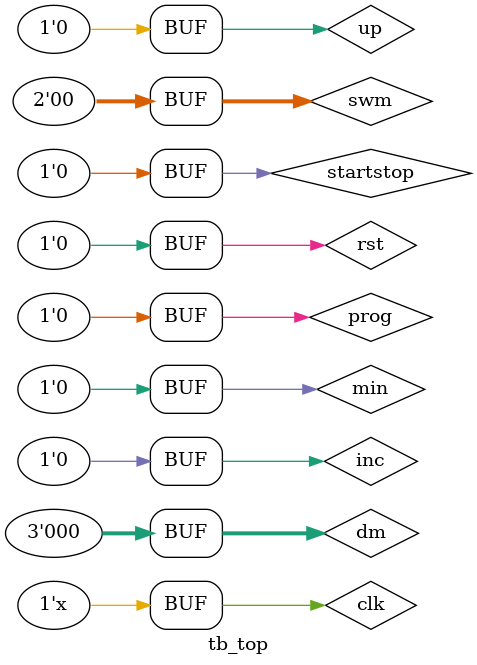
<source format=v>
`timescale 1ns / 1ps

module tb_top(

    );

// This testbench module contains multiple testbench configurations that thoroughly test the stopwatch's functionality
// Each one is preceded by comments explaining what it does
// Only one configuration should be active at any given time with the others being commented out before running sim
// All testbenches use the same 100MHz ck frequency/10ns period as the NEXYS A7 100t FPGA board's built-in clock


// STOPWATCH MODULE I/0:
    //    input s,                    // START/STOP signal for the stopwatch 
    //    input p,                    // PROGRAM: if 0, the stopwatch runs; if 1, the stopwatch enters programming mode
    //    input clk,
    //    input u,                    // UP: if 1, the stopwatch counts up; if 0, the stopwatch counts down
    //    input rst,                  // RESET: resets the time during stopwatch operation
    //    input inc,                  // INCREMENT: used in the programming mode to increase the maxtime
    //    input min,                  // MINUTE: used in the programming mode
    //    output reg [22:0] t_out,    // TIME (in milliseconds): this is the main output of the module
    //    output zero                 // if the countdown mode is active and the time runs out, this signal goes to sound module to tell it to beep

// Signal declarations

reg startstop;
reg prog;
reg clk;
reg up;
reg inc;
reg rst;
reg min;
reg [1:0] swm;
reg [2:0] dm;
reg [1:0] lbm;
wire [2:0] rank;
wire [7:0] cathode;
wire [7:0] anode;
//reg [1:0] lb_mode;
//wire [38:0] t_out;
//wire zero;

// Instantiate module

top top_UUT(.prog(prog), .increment(inc), .reset(rst), .clock(clk), .min(min), .up(up), .startstop(startstop), .stopwatch_mode(swm), .display_mode(dm), .rank(rank), .cathode(cathode), .anode(anode));

// Generate signals

initial begin
    clk = 0;
    prog = 0;
    up = 0; 
    inc = 0;
    min = 0;
    dm = 0;
    rst = 0;
    swm = 0;
    startstop = 0;
    #50
    startstop = 1; #18;
    startstop = 0;
end

always begin
#10 clk = ~clk;
end

endmodule

</source>
